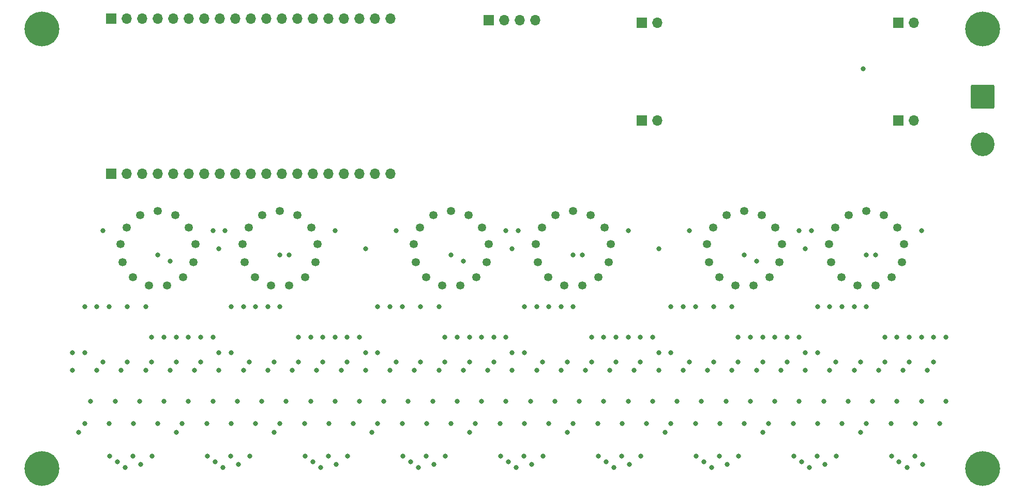
<source format=gbr>
%TF.GenerationSoftware,KiCad,Pcbnew,(6.0.6)*%
%TF.CreationDate,2022-10-28T22:11:27+02:00*%
%TF.ProjectId,nixieboi,6e697869-6562-46f6-992e-6b696361645f,rev?*%
%TF.SameCoordinates,Original*%
%TF.FileFunction,Soldermask,Bot*%
%TF.FilePolarity,Negative*%
%FSLAX46Y46*%
G04 Gerber Fmt 4.6, Leading zero omitted, Abs format (unit mm)*
G04 Created by KiCad (PCBNEW (6.0.6)) date 2022-10-28 22:11:27*
%MOMM*%
%LPD*%
G01*
G04 APERTURE LIST*
G04 Aperture macros list*
%AMRoundRect*
0 Rectangle with rounded corners*
0 $1 Rounding radius*
0 $2 $3 $4 $5 $6 $7 $8 $9 X,Y pos of 4 corners*
0 Add a 4 corners polygon primitive as box body*
4,1,4,$2,$3,$4,$5,$6,$7,$8,$9,$2,$3,0*
0 Add four circle primitives for the rounded corners*
1,1,$1+$1,$2,$3*
1,1,$1+$1,$4,$5*
1,1,$1+$1,$6,$7*
1,1,$1+$1,$8,$9*
0 Add four rect primitives between the rounded corners*
20,1,$1+$1,$2,$3,$4,$5,0*
20,1,$1+$1,$4,$5,$6,$7,0*
20,1,$1+$1,$6,$7,$8,$9,0*
20,1,$1+$1,$8,$9,$2,$3,0*%
G04 Aperture macros list end*
%ADD10C,1.346200*%
%ADD11RoundRect,0.250002X-1.699998X1.699998X-1.699998X-1.699998X1.699998X-1.699998X1.699998X1.699998X0*%
%ADD12C,3.900000*%
%ADD13C,5.700000*%
%ADD14R,1.700000X1.700000*%
%ADD15O,1.700000X1.700000*%
%ADD16C,0.800000*%
G04 APERTURE END LIST*
D10*
%TO.C,N6*%
X129907300Y-32484640D03*
X140092700Y-32484640D03*
X141144260Y-35255780D03*
X140786120Y-38194560D03*
X139104640Y-40632960D03*
X136480820Y-42009640D03*
X133519180Y-42009640D03*
X130895360Y-40632960D03*
X129213880Y-38194560D03*
X128855740Y-35255780D03*
X135000000Y-29812560D03*
X132124720Y-30521220D03*
X137875280Y-30521220D03*
%TD*%
D11*
%TO.C,J1*%
X154000000Y-11100000D03*
D12*
X154000000Y-18900000D03*
%TD*%
D13*
%TO.C,REF\u002A\u002A*%
X0Y0D03*
%TD*%
D10*
%TO.C,N3*%
X61907300Y-32484640D03*
X72092700Y-32484640D03*
X73144260Y-35255780D03*
X72786120Y-38194560D03*
X71104640Y-40632960D03*
X68480820Y-42009640D03*
X65519180Y-42009640D03*
X62895360Y-40632960D03*
X61213880Y-38194560D03*
X60855740Y-35255780D03*
X67000000Y-29812560D03*
X64124720Y-30521220D03*
X69875280Y-30521220D03*
%TD*%
%TO.C,N1*%
X13907300Y-32484640D03*
X24092700Y-32484640D03*
X25144260Y-35255780D03*
X24786120Y-38194560D03*
X23104640Y-40632960D03*
X20480820Y-42009640D03*
X17519180Y-42009640D03*
X14895360Y-40632960D03*
X13213880Y-38194560D03*
X12855740Y-35255780D03*
X19000000Y-29812560D03*
X16124720Y-30521220D03*
X21875280Y-30521220D03*
%TD*%
%TO.C,N4*%
X81907300Y-32484640D03*
X92092700Y-32484640D03*
X93144260Y-35255780D03*
X92786120Y-38194560D03*
X91104640Y-40632960D03*
X88480820Y-42009640D03*
X85519180Y-42009640D03*
X82895360Y-40632960D03*
X81213880Y-38194560D03*
X80855740Y-35255780D03*
X87000000Y-29812560D03*
X84124720Y-30521220D03*
X89875280Y-30521220D03*
%TD*%
%TO.C,N2*%
X33907300Y-32484640D03*
X44092700Y-32484640D03*
X45144260Y-35255780D03*
X44786120Y-38194560D03*
X43104640Y-40632960D03*
X40480820Y-42009640D03*
X37519180Y-42009640D03*
X34895360Y-40632960D03*
X33213880Y-38194560D03*
X32855740Y-35255780D03*
X39000000Y-29812560D03*
X36124720Y-30521220D03*
X41875280Y-30521220D03*
%TD*%
D13*
%TO.C,REF\u002A\u002A*%
X154000000Y0D03*
%TD*%
D10*
%TO.C,N5*%
X109907300Y-32484640D03*
X120092700Y-32484640D03*
X121144260Y-35255780D03*
X120786120Y-38194560D03*
X119104640Y-40632960D03*
X116480820Y-42009640D03*
X113519180Y-42009640D03*
X110895360Y-40632960D03*
X109213880Y-38194560D03*
X108855740Y-35255780D03*
X115000000Y-29812560D03*
X112124720Y-30521220D03*
X117875280Y-30521220D03*
%TD*%
D13*
%TO.C,REF\u002A\u002A*%
X0Y-72000000D03*
%TD*%
%TO.C,REF\u002A\u002A*%
X154000000Y-72000000D03*
%TD*%
D14*
%TO.C,J7*%
X11340000Y-23730000D03*
D15*
X13880000Y-23730000D03*
X16420000Y-23730000D03*
X18960000Y-23730000D03*
X21500000Y-23730000D03*
X24040000Y-23730000D03*
X26580000Y-23730000D03*
X29120000Y-23730000D03*
X31660000Y-23730000D03*
X34200000Y-23730000D03*
X36740000Y-23730000D03*
X39280000Y-23730000D03*
X41820000Y-23730000D03*
X44360000Y-23730000D03*
X46900000Y-23730000D03*
X49440000Y-23730000D03*
X51980000Y-23730000D03*
X54520000Y-23730000D03*
X57060000Y-23730000D03*
%TD*%
D14*
%TO.C,J5*%
X98250000Y-15000000D03*
D15*
X100790000Y-15000000D03*
%TD*%
D14*
%TO.C,J6*%
X11340000Y1670000D03*
D15*
X13880000Y1670000D03*
X16420000Y1670000D03*
X18960000Y1670000D03*
X21500000Y1670000D03*
X24040000Y1670000D03*
X26580000Y1670000D03*
X29120000Y1670000D03*
X31660000Y1670000D03*
X34200000Y1670000D03*
X36740000Y1670000D03*
X39280000Y1670000D03*
X41820000Y1670000D03*
X44360000Y1670000D03*
X46900000Y1670000D03*
X49440000Y1670000D03*
X51980000Y1670000D03*
X54520000Y1670000D03*
X57060000Y1670000D03*
%TD*%
D14*
%TO.C,J2*%
X140250000Y1000000D03*
D15*
X142790000Y1000000D03*
%TD*%
D14*
%TO.C,J4*%
X98250000Y1000000D03*
D15*
X100790000Y1000000D03*
%TD*%
D14*
%TO.C,J8*%
X73200000Y1475000D03*
D15*
X75740000Y1475000D03*
X78280000Y1475000D03*
X80820000Y1475000D03*
%TD*%
D14*
%TO.C,J3*%
X140250000Y-15000000D03*
D15*
X142790000Y-15000000D03*
%TD*%
D16*
X28000000Y-33000000D03*
X28000000Y-50500000D03*
X26000000Y-50500000D03*
X10000000Y-33000000D03*
X24000000Y-50500000D03*
X22000000Y-50500000D03*
X20000000Y-50500000D03*
X18000000Y-50500000D03*
X147000000Y-64600000D03*
X102000000Y-66000000D03*
X135000000Y-64600000D03*
X69000000Y-55900000D03*
X7000000Y-64600000D03*
X7000000Y-53000000D03*
X119000000Y-64600000D03*
X47000000Y-64600000D03*
X105000000Y-55900000D03*
X118000000Y-66000000D03*
X117000000Y-55900000D03*
X141000000Y-55900000D03*
X79000000Y-53000000D03*
X143000000Y-64600000D03*
X115000000Y-64600000D03*
X21000000Y-55900000D03*
X111000000Y-64600000D03*
X93000000Y-55900000D03*
X139000000Y-64600000D03*
X63000000Y-64600000D03*
X67000000Y-64600000D03*
X109000000Y-55900000D03*
X127000000Y-64600000D03*
X81000000Y-55900000D03*
X134000000Y-66000000D03*
X121000000Y-55900000D03*
X103000000Y-53000000D03*
X49000000Y-55900000D03*
X19000000Y-64600000D03*
X86000000Y-66000000D03*
X6000000Y-66000000D03*
X13000000Y-55900000D03*
X11000000Y-64600000D03*
X87000000Y-64600000D03*
X38000000Y-66000000D03*
X43000000Y-64600000D03*
X91000000Y-64600000D03*
X89000000Y-55900000D03*
X134500000Y-6500000D03*
X133000000Y-55900000D03*
X53000000Y-55900000D03*
X107000000Y-64600000D03*
X41000000Y-55900000D03*
X71000000Y-64600000D03*
X39000000Y-64600000D03*
X22000000Y-66000000D03*
X103000000Y-64600000D03*
X97000000Y-55900000D03*
X95000000Y-64600000D03*
X9000000Y-55900000D03*
X145000000Y-55900000D03*
X25000000Y-55900000D03*
X5000000Y-55900000D03*
X51000000Y-64600000D03*
X129000000Y-55900000D03*
X99000000Y-64600000D03*
X101000000Y-55900000D03*
X55000000Y-53000000D03*
X131000000Y-64600000D03*
X127000000Y-53000000D03*
X31000000Y-64600000D03*
X75000000Y-64600000D03*
X73000000Y-55900000D03*
X70000000Y-66000000D03*
X45000000Y-55900000D03*
X54000000Y-66000000D03*
X125000000Y-55900000D03*
X65000000Y-55900000D03*
X37000000Y-55900000D03*
X31000000Y-53000000D03*
X77000000Y-55900000D03*
X27000000Y-64600000D03*
X15000000Y-64600000D03*
X137000000Y-55900000D03*
X85000000Y-55900000D03*
X29000000Y-55900000D03*
X123000000Y-64600000D03*
X83000000Y-64600000D03*
X17000000Y-55900000D03*
X23000000Y-64600000D03*
X79000000Y-64600000D03*
X57000000Y-55900000D03*
X33000000Y-55900000D03*
X113000000Y-55900000D03*
X59000000Y-64600000D03*
X35000000Y-64600000D03*
X55000000Y-64600000D03*
X61000000Y-55900000D03*
X37000000Y-45500000D03*
X7000000Y-45500000D03*
X53000000Y-36000000D03*
X101000000Y-36000000D03*
X69000000Y-38000000D03*
X9000000Y-45500000D03*
X11000000Y-45500000D03*
X31000000Y-45500000D03*
X107000000Y-45500000D03*
X87000000Y-45500000D03*
X113000000Y-45500000D03*
X77000000Y-36000000D03*
X135000000Y-45500000D03*
X81000000Y-45500000D03*
X103000000Y-45500000D03*
X17000000Y-45500000D03*
X85000000Y-45500000D03*
X88500000Y-37000000D03*
X125000000Y-36000000D03*
X133000000Y-45500000D03*
X105000000Y-45500000D03*
X59000000Y-45500000D03*
X29000000Y-36000000D03*
X62000000Y-45500000D03*
X110000000Y-45500000D03*
X83000000Y-45500000D03*
X14000000Y-45500000D03*
X35000000Y-45500000D03*
X39000000Y-45500000D03*
X65000000Y-45500000D03*
X136500000Y-37000000D03*
X127000000Y-45500000D03*
X21000000Y-38000000D03*
X57000000Y-45500000D03*
X131000000Y-45500000D03*
X79000000Y-45500000D03*
X33000000Y-45500000D03*
X129000000Y-45500000D03*
X117000000Y-38000000D03*
X40500000Y-37000000D03*
X55000000Y-45500000D03*
X48000000Y-50500000D03*
X46000000Y-50500000D03*
X44000000Y-50500000D03*
X42000000Y-50500000D03*
X72000000Y-50500000D03*
X70000000Y-50500000D03*
X68000000Y-50500000D03*
X66000000Y-50500000D03*
X96000000Y-50500000D03*
X94000000Y-50500000D03*
X92000000Y-50500000D03*
X90000000Y-50500000D03*
X120000000Y-50500000D03*
X118000000Y-50500000D03*
X116000000Y-50500000D03*
X114000000Y-50500000D03*
X144000000Y-50500000D03*
X142000000Y-50500000D03*
X140000000Y-50500000D03*
X138000000Y-50500000D03*
X22000000Y-54500000D03*
X5000000Y-53000000D03*
X16000000Y-61000000D03*
X12000000Y-61000000D03*
X20000000Y-61000000D03*
X18000000Y-54500000D03*
X14000000Y-54500000D03*
X26000000Y-54500000D03*
X8000000Y-61000000D03*
X24000000Y-61000000D03*
X10000000Y-54500000D03*
X28000000Y-61000000D03*
X40000000Y-61000000D03*
X44000000Y-61000000D03*
X48000000Y-61000000D03*
X32000000Y-61000000D03*
X36000000Y-61000000D03*
X52000000Y-61000000D03*
X34000000Y-54500000D03*
X38000000Y-54500000D03*
X46000000Y-54500000D03*
X29000000Y-53000000D03*
X42000000Y-54500000D03*
X50000000Y-54500000D03*
X74000000Y-54500000D03*
X60000000Y-61000000D03*
X66000000Y-54500000D03*
X62000000Y-54500000D03*
X53000000Y-53000000D03*
X72000000Y-61000000D03*
X70000000Y-54500000D03*
X58000000Y-54500000D03*
X64000000Y-61000000D03*
X76000000Y-61000000D03*
X56000000Y-61000000D03*
X68000000Y-61000000D03*
X80000000Y-61000000D03*
X92000000Y-61000000D03*
X94000000Y-54500000D03*
X90000000Y-54500000D03*
X100000000Y-61000000D03*
X84000000Y-61000000D03*
X86000000Y-54500000D03*
X96000000Y-61000000D03*
X82000000Y-54500000D03*
X88000000Y-61000000D03*
X98000000Y-54500000D03*
X77000000Y-53000000D03*
X124000000Y-61000000D03*
X106000000Y-54500000D03*
X120000000Y-61000000D03*
X114000000Y-54500000D03*
X110000000Y-54500000D03*
X116000000Y-61000000D03*
X118000000Y-54500000D03*
X112000000Y-61000000D03*
X104000000Y-61000000D03*
X108000000Y-61000000D03*
X101000000Y-53000000D03*
X122000000Y-54500000D03*
X130000000Y-54500000D03*
X136000000Y-61000000D03*
X128000000Y-61000000D03*
X132000000Y-61000000D03*
X142000000Y-54500000D03*
X140000000Y-61000000D03*
X138000000Y-54500000D03*
X134000000Y-54500000D03*
X144000000Y-61000000D03*
X125000000Y-53000000D03*
X146000000Y-54500000D03*
X148000000Y-61000000D03*
X50000000Y-50500000D03*
X30000000Y-33000000D03*
X48000000Y-33000000D03*
X52000000Y-50500000D03*
X74000000Y-50500000D03*
X58000000Y-33000000D03*
X76000000Y-50500000D03*
X76000000Y-33000000D03*
X78000000Y-33000000D03*
X98000000Y-50500000D03*
X96000000Y-33000000D03*
X100000000Y-50500000D03*
X106000000Y-33000000D03*
X122000000Y-50500000D03*
X124000000Y-50500000D03*
X124000000Y-33000000D03*
X126000000Y-33000000D03*
X146000000Y-50500000D03*
X148000000Y-50500000D03*
X144000000Y-33000000D03*
X27087000Y-69930000D03*
X18072000Y-69928050D03*
X32167000Y-71327000D03*
X64167000Y-71327000D03*
X96167000Y-71327000D03*
X80167000Y-71327000D03*
X16167000Y-71327000D03*
X144167000Y-71327000D03*
X112167000Y-71327000D03*
X48167000Y-71327000D03*
X128167000Y-71327000D03*
X126897000Y-69930000D03*
X78897000Y-69930000D03*
X142897000Y-69930000D03*
X110897000Y-69930000D03*
X62897000Y-69930000D03*
X46897000Y-69930000D03*
X14897000Y-69930000D03*
X30897000Y-69930000D03*
X94897000Y-69930000D03*
X11087000Y-69930000D03*
X34072000Y-69928050D03*
X43087000Y-69930000D03*
X50072000Y-69928050D03*
X59087000Y-69930000D03*
X75087000Y-69930000D03*
X66072000Y-69928050D03*
X82072000Y-69928050D03*
X91087000Y-69930000D03*
X107087000Y-69930000D03*
X98072000Y-69928050D03*
X114072000Y-69928050D03*
X123087000Y-69930000D03*
X130072000Y-69928050D03*
X139087000Y-69930000D03*
X39000000Y-37000000D03*
X67000000Y-37000000D03*
X87000000Y-37000000D03*
X115000000Y-37000000D03*
X135000000Y-37000000D03*
X19000000Y-37000000D03*
X13627000Y-71835000D03*
X109627000Y-71835000D03*
X93627000Y-71835000D03*
X45627000Y-71835000D03*
X29627000Y-71835000D03*
X77627000Y-71835000D03*
X61627000Y-71835000D03*
X125627000Y-71835000D03*
X141627000Y-71835000D03*
X92349000Y-70890500D03*
X124349000Y-70890500D03*
X12349000Y-70890500D03*
X44349000Y-70890500D03*
X76349000Y-70890500D03*
X108349000Y-70890500D03*
X28349000Y-70890500D03*
X60349000Y-70890500D03*
X140349000Y-70890500D03*
M02*

</source>
